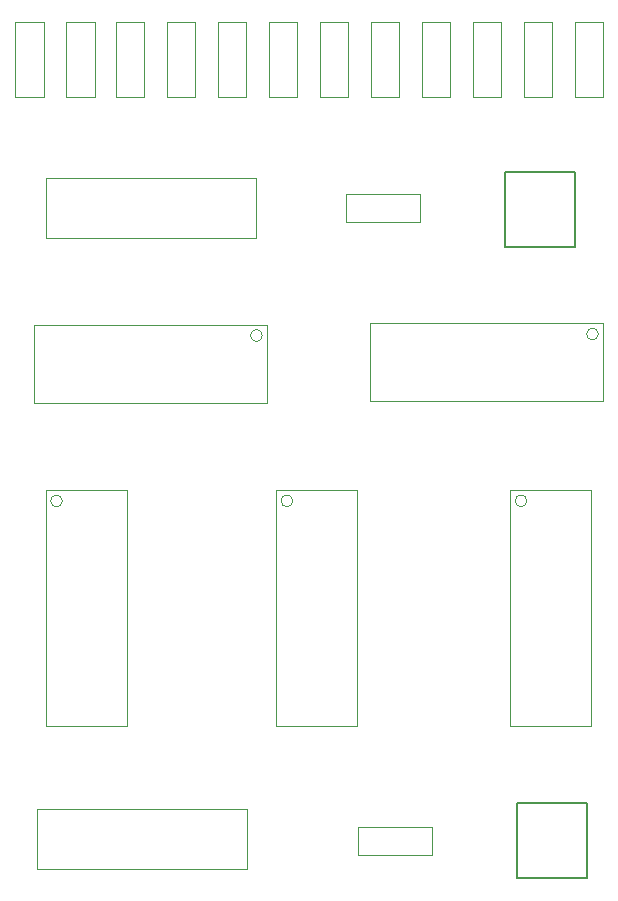
<source format=gbr>
%TF.GenerationSoftware,Altium Limited,Altium Designer,22.9.1 (49)*%
G04 Layer_Color=16711935*
%FSLAX26Y26*%
%MOIN*%
%TF.SameCoordinates,9A4C5482-B669-49D6-A5E7-2A43E7F29E9E*%
%TF.FilePolarity,Positive*%
%TF.FileFunction,Other,Mechanical_13*%
%TF.Part,Single*%
G01*
G75*
%TA.AperFunction,NonConductor*%
%ADD36C,0.007874*%
%ADD39C,0.003937*%
D36*
X2835000Y2040000D02*
X3070000D01*
Y1790000D02*
Y2040000D01*
X2835000Y1790000D02*
X3070000D01*
X2835000D02*
Y2040000D01*
X2795000Y4145000D02*
X3030000D01*
Y3895000D02*
Y4145000D01*
X2795000Y3895000D02*
X3030000D01*
X2795000D02*
Y4145000D01*
D39*
X1320276Y3048268D02*
G03*
X1320276Y3048268I-19685J0D01*
G01*
X3107047Y3604488D02*
G03*
X3107047Y3604488I-19685J0D01*
G01*
X2088477Y3048268D02*
G03*
X2088477Y3048268I-19685J0D01*
G01*
X2868937D02*
G03*
X2868937Y3048268I-19685J0D01*
G01*
X1987047Y3599488D02*
G03*
X1987047Y3599488I-19685J0D01*
G01*
X3027756Y4395984D02*
X3122244D01*
X3027756D02*
Y4644016D01*
X3122244Y4395984D02*
Y4644016D01*
X3027756D02*
X3122244D01*
X2857756Y4395984D02*
X2952244D01*
X2857756D02*
Y4644016D01*
X2952244Y4395984D02*
Y4644016D01*
X2857756D02*
X2952244D01*
X2687756Y4395984D02*
X2782244D01*
X2687756D02*
Y4644016D01*
X2782244Y4395984D02*
Y4644016D01*
X2687756D02*
X2782244D01*
X2517756Y4395984D02*
X2612244D01*
X2517756D02*
Y4644016D01*
X2612244Y4395984D02*
Y4644016D01*
X2517756D02*
X2612244D01*
X2347756Y4395984D02*
X2442244D01*
X2347756D02*
Y4644016D01*
X2442244Y4395984D02*
Y4644016D01*
X2347756D02*
X2442244D01*
X2177756Y4395984D02*
X2272244D01*
X2177756D02*
Y4644016D01*
X2272244Y4395984D02*
Y4644016D01*
X2177756D02*
X2272244D01*
X2007756Y4395984D02*
X2102244D01*
X2007756D02*
Y4644016D01*
X2102244Y4395984D02*
Y4644016D01*
X2007756D02*
X2102244D01*
X1837756Y4395984D02*
X1932244D01*
X1837756D02*
Y4644016D01*
X1932244Y4395984D02*
Y4644016D01*
X1837756D02*
X1932244D01*
X1667756Y4395984D02*
X1762244D01*
X1667756D02*
Y4644016D01*
X1762244Y4395984D02*
Y4644016D01*
X1667756D02*
X1762244D01*
X1499348Y4395984D02*
X1593836D01*
X1499348D02*
Y4644016D01*
X1593836Y4395984D02*
Y4644016D01*
X1499348D02*
X1593836D01*
X1333496Y4395984D02*
X1427984D01*
X1333496D02*
Y4644016D01*
X1427984Y4395984D02*
Y4644016D01*
X1333496D02*
X1427984D01*
X1163564Y4395984D02*
X1258052D01*
X1163564D02*
Y4644016D01*
X1258052Y4395984D02*
Y4644016D01*
X1163564D02*
X1258052D01*
X1265158Y2296300D02*
X1534842D01*
X1265158Y3083700D02*
X1534842D01*
Y2296300D02*
Y3083700D01*
X1265158Y2296300D02*
Y3083700D01*
X2347204Y3380078D02*
Y3639922D01*
X3122796Y3380078D02*
Y3639922D01*
X2347204Y3380078D02*
X3122796D01*
X2347204Y3639922D02*
X3122796D01*
X2554016Y1867756D02*
Y1962244D01*
X2305984Y1867756D02*
X2554016D01*
X2305984Y1962244D02*
X2554016D01*
X2305984Y1867756D02*
Y1962244D01*
X2514016Y3977756D02*
Y4072244D01*
X2265984Y3977756D02*
X2514016D01*
X2265984Y4072244D02*
X2514016D01*
X2265984Y3977756D02*
Y4072244D01*
X2033358Y2296300D02*
X2303044D01*
X2033358Y3083700D02*
X2303044D01*
Y2296300D02*
Y3083700D01*
X2033358Y2296300D02*
Y3083700D01*
X1265000Y4125000D02*
X1965000D01*
Y3925000D02*
Y4125000D01*
X1265000Y3925000D02*
X1965000D01*
X1265000D02*
Y4125000D01*
X2813818Y2296300D02*
X3083504D01*
X2813818Y3083700D02*
X3083504D01*
Y2296300D02*
Y3083700D01*
X2813818Y2296300D02*
Y3083700D01*
X1227204Y3375078D02*
Y3634922D01*
X2002796Y3375078D02*
Y3634922D01*
X1227204Y3375078D02*
X2002796D01*
X1227204Y3634922D02*
X2002796D01*
X1235000Y2020000D02*
X1935000D01*
Y1820000D02*
Y2020000D01*
X1235000Y1820000D02*
X1935000D01*
X1235000D02*
Y2020000D01*
%TF.MD5,749966758df6b8191fa54393b1c44bf2*%
M02*

</source>
